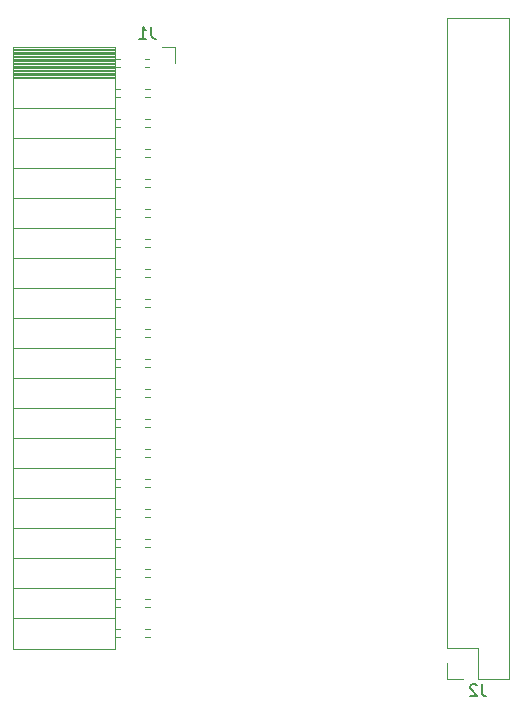
<source format=gbo>
%TF.GenerationSoftware,KiCad,Pcbnew,(6.0.5)*%
%TF.CreationDate,2024-01-21T10:02:02+01:00*%
%TF.ProjectId,Alchemy_to_Landungsbruecke,416c6368-656d-4795-9f74-6f5f4c616e64,rev?*%
%TF.SameCoordinates,Original*%
%TF.FileFunction,Legend,Bot*%
%TF.FilePolarity,Positive*%
%FSLAX46Y46*%
G04 Gerber Fmt 4.6, Leading zero omitted, Abs format (unit mm)*
G04 Created by KiCad (PCBNEW (6.0.5)) date 2024-01-21 10:02:02*
%MOMM*%
%LPD*%
G01*
G04 APERTURE LIST*
%ADD10C,0.150000*%
%ADD11C,0.120000*%
%ADD12R,1.700000X1.700000*%
%ADD13O,1.700000X1.700000*%
G04 APERTURE END LIST*
D10*
%TO.C,J2*%
X165328333Y-127957380D02*
X165328333Y-128671666D01*
X165375952Y-128814523D01*
X165471190Y-128909761D01*
X165614047Y-128957380D01*
X165709285Y-128957380D01*
X164899761Y-128052619D02*
X164852142Y-128005000D01*
X164756904Y-127957380D01*
X164518809Y-127957380D01*
X164423571Y-128005000D01*
X164375952Y-128052619D01*
X164328333Y-128147857D01*
X164328333Y-128243095D01*
X164375952Y-128385952D01*
X164947380Y-128957380D01*
X164328333Y-128957380D01*
%TO.C,J1*%
X137333333Y-72282380D02*
X137333333Y-72996666D01*
X137380952Y-73139523D01*
X137476190Y-73234761D01*
X137619047Y-73282380D01*
X137714285Y-73282380D01*
X136333333Y-73282380D02*
X136904761Y-73282380D01*
X136619047Y-73282380D02*
X136619047Y-72282380D01*
X136714285Y-72425238D01*
X136809523Y-72520476D01*
X136904761Y-72568095D01*
D11*
%TO.C,J2*%
X164995000Y-127505000D02*
X167595000Y-127505000D01*
X164995000Y-124905000D02*
X164995000Y-127505000D01*
X162395000Y-124905000D02*
X162395000Y-71505000D01*
X162395000Y-124905000D02*
X164995000Y-124905000D01*
X162395000Y-127505000D02*
X163725000Y-127505000D01*
X167595000Y-127505000D02*
X167595000Y-71505000D01*
X162395000Y-71505000D02*
X167595000Y-71505000D01*
X162395000Y-126175000D02*
X162395000Y-127505000D01*
%TO.C,J1*%
X125640000Y-76640000D02*
X134270000Y-76640000D01*
X134270000Y-123990000D02*
X134680000Y-123990000D01*
X136780000Y-113110000D02*
X137220000Y-113110000D01*
X125640000Y-89340000D02*
X134270000Y-89340000D01*
X134270000Y-116370000D02*
X134680000Y-116370000D01*
X136780000Y-97870000D02*
X137220000Y-97870000D01*
X136780000Y-96050000D02*
X137220000Y-96050000D01*
X125640000Y-75222855D02*
X134270000Y-75222855D01*
X134270000Y-80090000D02*
X134680000Y-80090000D01*
X136780000Y-77550000D02*
X137220000Y-77550000D01*
X125640000Y-74278095D02*
X134270000Y-74278095D01*
X134270000Y-101130000D02*
X134680000Y-101130000D01*
X134270000Y-103670000D02*
X134680000Y-103670000D01*
X134270000Y-123270000D02*
X134680000Y-123270000D01*
X136780000Y-121450000D02*
X137220000Y-121450000D01*
X136780000Y-110570000D02*
X137220000Y-110570000D01*
X125640000Y-75577140D02*
X134270000Y-75577140D01*
X134270000Y-74040000D02*
X134270000Y-124960000D01*
X136780000Y-80810000D02*
X137220000Y-80810000D01*
X136780000Y-120730000D02*
X137220000Y-120730000D01*
X125640000Y-96960000D02*
X134270000Y-96960000D01*
X136780000Y-98590000D02*
X137220000Y-98590000D01*
X134270000Y-75730000D02*
X134680000Y-75730000D01*
X139380000Y-74040000D02*
X139380000Y-75370000D01*
X125640000Y-84260000D02*
X134270000Y-84260000D01*
X134270000Y-110570000D02*
X134680000Y-110570000D01*
X134270000Y-115650000D02*
X134680000Y-115650000D01*
X134270000Y-95330000D02*
X134680000Y-95330000D01*
X134270000Y-82630000D02*
X134680000Y-82630000D01*
X125640000Y-112200000D02*
X134270000Y-112200000D01*
X125640000Y-107120000D02*
X134270000Y-107120000D01*
X125640000Y-75340950D02*
X134270000Y-75340950D01*
X136780000Y-108030000D02*
X137220000Y-108030000D01*
X134270000Y-85890000D02*
X134680000Y-85890000D01*
X125640000Y-74040000D02*
X134270000Y-74040000D01*
X136780000Y-105490000D02*
X137220000Y-105490000D01*
X134270000Y-118190000D02*
X134680000Y-118190000D01*
X134270000Y-108030000D02*
X134680000Y-108030000D01*
X136780000Y-115650000D02*
X137220000Y-115650000D01*
X134270000Y-106210000D02*
X134680000Y-106210000D01*
X125640000Y-74632380D02*
X134270000Y-74632380D01*
X134270000Y-83350000D02*
X134680000Y-83350000D01*
X136780000Y-85170000D02*
X137220000Y-85170000D01*
X125640000Y-76521900D02*
X134270000Y-76521900D01*
X134270000Y-90250000D02*
X134680000Y-90250000D01*
X125640000Y-117280000D02*
X134270000Y-117280000D01*
X125640000Y-76403805D02*
X134270000Y-76403805D01*
X134270000Y-113830000D02*
X134680000Y-113830000D01*
X138270000Y-74040000D02*
X139380000Y-74040000D01*
X134270000Y-100410000D02*
X134680000Y-100410000D01*
X134270000Y-105490000D02*
X134680000Y-105490000D01*
X136780000Y-118910000D02*
X137220000Y-118910000D01*
X134270000Y-80810000D02*
X134680000Y-80810000D01*
X136780000Y-83350000D02*
X137220000Y-83350000D01*
X125640000Y-76167615D02*
X134270000Y-76167615D01*
X125640000Y-122360000D02*
X134270000Y-122360000D01*
X134270000Y-93510000D02*
X134680000Y-93510000D01*
X125640000Y-94420000D02*
X134270000Y-94420000D01*
X134270000Y-118910000D02*
X134680000Y-118910000D01*
X134270000Y-111290000D02*
X134680000Y-111290000D01*
X136780000Y-116370000D02*
X137220000Y-116370000D01*
X125640000Y-74868570D02*
X134270000Y-74868570D01*
X125640000Y-114740000D02*
X134270000Y-114740000D01*
X134270000Y-85170000D02*
X134680000Y-85170000D01*
X134270000Y-78270000D02*
X134680000Y-78270000D01*
X134270000Y-108750000D02*
X134680000Y-108750000D01*
X136780000Y-95330000D02*
X137220000Y-95330000D01*
X136780000Y-88430000D02*
X137220000Y-88430000D01*
X125640000Y-91880000D02*
X134270000Y-91880000D01*
X136780000Y-75010000D02*
X137160000Y-75010000D01*
X136780000Y-90250000D02*
X137220000Y-90250000D01*
X125640000Y-104580000D02*
X134270000Y-104580000D01*
X125640000Y-86800000D02*
X134270000Y-86800000D01*
X136780000Y-75730000D02*
X137160000Y-75730000D01*
X125640000Y-81720000D02*
X134270000Y-81720000D01*
X134270000Y-77550000D02*
X134680000Y-77550000D01*
X125640000Y-74040000D02*
X125640000Y-124960000D01*
X125640000Y-124960000D02*
X134270000Y-124960000D01*
X125640000Y-109660000D02*
X134270000Y-109660000D01*
X125640000Y-74396190D02*
X134270000Y-74396190D01*
X136780000Y-82630000D02*
X137220000Y-82630000D01*
X134270000Y-98590000D02*
X134680000Y-98590000D01*
X136780000Y-106210000D02*
X137220000Y-106210000D01*
X136780000Y-93510000D02*
X137220000Y-93510000D01*
X125640000Y-75931425D02*
X134270000Y-75931425D01*
X125640000Y-102040000D02*
X134270000Y-102040000D01*
X134270000Y-113110000D02*
X134680000Y-113110000D01*
X136780000Y-78270000D02*
X137220000Y-78270000D01*
X125640000Y-74514285D02*
X134270000Y-74514285D01*
X125640000Y-99500000D02*
X134270000Y-99500000D01*
X134270000Y-90970000D02*
X134680000Y-90970000D01*
X125640000Y-76285710D02*
X134270000Y-76285710D01*
X125640000Y-74750475D02*
X134270000Y-74750475D01*
X134270000Y-97870000D02*
X134680000Y-97870000D01*
X125640000Y-75695235D02*
X134270000Y-75695235D01*
X125640000Y-74986665D02*
X134270000Y-74986665D01*
X136780000Y-87710000D02*
X137220000Y-87710000D01*
X134270000Y-96050000D02*
X134680000Y-96050000D01*
X134270000Y-121450000D02*
X134680000Y-121450000D01*
X136780000Y-100410000D02*
X137220000Y-100410000D01*
X125640000Y-119820000D02*
X134270000Y-119820000D01*
X136780000Y-103670000D02*
X137220000Y-103670000D01*
X134270000Y-120730000D02*
X134680000Y-120730000D01*
X136780000Y-80090000D02*
X137220000Y-80090000D01*
X136780000Y-102950000D02*
X137220000Y-102950000D01*
X125640000Y-75813330D02*
X134270000Y-75813330D01*
X136780000Y-101130000D02*
X137220000Y-101130000D01*
X134270000Y-92790000D02*
X134680000Y-92790000D01*
X125640000Y-75459045D02*
X134270000Y-75459045D01*
X136780000Y-90970000D02*
X137220000Y-90970000D01*
X134270000Y-102950000D02*
X134680000Y-102950000D01*
X136780000Y-118190000D02*
X137220000Y-118190000D01*
X136780000Y-108750000D02*
X137220000Y-108750000D01*
X125640000Y-74160000D02*
X134270000Y-74160000D01*
X136780000Y-113830000D02*
X137220000Y-113830000D01*
X134270000Y-88430000D02*
X134680000Y-88430000D01*
X136780000Y-123270000D02*
X137220000Y-123270000D01*
X134270000Y-75010000D02*
X134680000Y-75010000D01*
X136780000Y-85890000D02*
X137220000Y-85890000D01*
X125640000Y-75104760D02*
X134270000Y-75104760D01*
X136780000Y-92790000D02*
X137220000Y-92790000D01*
X136780000Y-123990000D02*
X137220000Y-123990000D01*
X134270000Y-87710000D02*
X134680000Y-87710000D01*
X125640000Y-79180000D02*
X134270000Y-79180000D01*
X136780000Y-111290000D02*
X137220000Y-111290000D01*
X125640000Y-76049520D02*
X134270000Y-76049520D01*
%TD*%
%LPC*%
D12*
%TO.C,J2*%
X163725000Y-126175000D03*
D13*
X166265000Y-126175000D03*
X163725000Y-123635000D03*
X166265000Y-123635000D03*
X163725000Y-121095000D03*
X166265000Y-121095000D03*
X163725000Y-118555000D03*
X166265000Y-118555000D03*
X163725000Y-116015000D03*
X166265000Y-116015000D03*
X163725000Y-113475000D03*
X166265000Y-113475000D03*
X163725000Y-110935000D03*
X166265000Y-110935000D03*
X163725000Y-108395000D03*
X166265000Y-108395000D03*
X163725000Y-105855000D03*
X166265000Y-105855000D03*
X163725000Y-103315000D03*
X166265000Y-103315000D03*
X163725000Y-100775000D03*
X166265000Y-100775000D03*
X163725000Y-98235000D03*
X166265000Y-98235000D03*
X163725000Y-95695000D03*
X166265000Y-95695000D03*
X163725000Y-93155000D03*
X166265000Y-93155000D03*
X163725000Y-90615000D03*
X166265000Y-90615000D03*
X163725000Y-88075000D03*
X166265000Y-88075000D03*
X163725000Y-85535000D03*
X166265000Y-85535000D03*
X163725000Y-82995000D03*
X166265000Y-82995000D03*
X163725000Y-80455000D03*
X166265000Y-80455000D03*
X163725000Y-77915000D03*
X166265000Y-77915000D03*
X163725000Y-75375000D03*
X166265000Y-75375000D03*
X163725000Y-72835000D03*
X166265000Y-72835000D03*
%TD*%
D12*
%TO.C,J1*%
X135730000Y-75370000D03*
D13*
X138270000Y-75370000D03*
X135730000Y-77910000D03*
X138270000Y-77910000D03*
X135730000Y-80450000D03*
X138270000Y-80450000D03*
X135730000Y-82990000D03*
X138270000Y-82990000D03*
X135730000Y-85530000D03*
X138270000Y-85530000D03*
X135730000Y-88070000D03*
X138270000Y-88070000D03*
X135730000Y-90610000D03*
X138270000Y-90610000D03*
X135730000Y-93150000D03*
X138270000Y-93150000D03*
X135730000Y-95690000D03*
X138270000Y-95690000D03*
X135730000Y-98230000D03*
X138270000Y-98230000D03*
X135730000Y-100770000D03*
X138270000Y-100770000D03*
X135730000Y-103310000D03*
X138270000Y-103310000D03*
X135730000Y-105850000D03*
X138270000Y-105850000D03*
X135730000Y-108390000D03*
X138270000Y-108390000D03*
X135730000Y-110930000D03*
X138270000Y-110930000D03*
X135730000Y-113470000D03*
X138270000Y-113470000D03*
X135730000Y-116010000D03*
X138270000Y-116010000D03*
X135730000Y-118550000D03*
X138270000Y-118550000D03*
X135730000Y-121090000D03*
X138270000Y-121090000D03*
X135730000Y-123630000D03*
X138270000Y-123630000D03*
%TD*%
M02*

</source>
